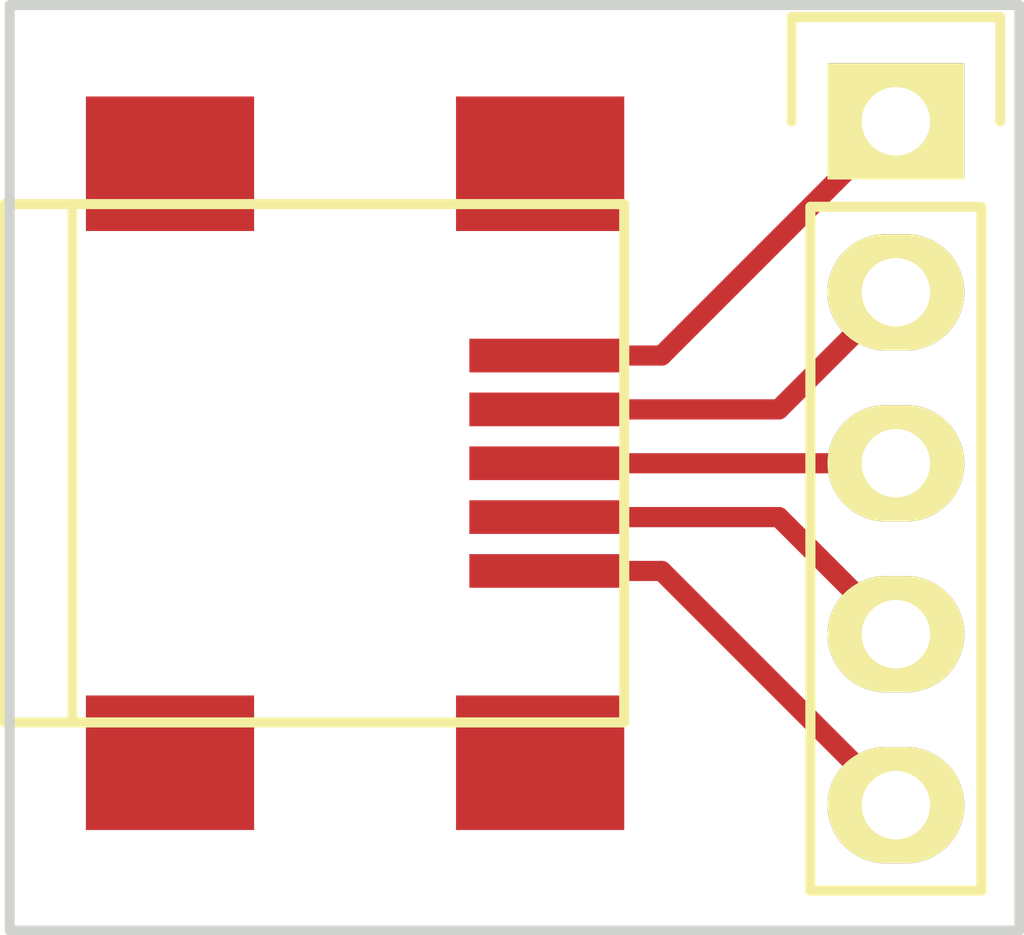
<source format=kicad_pcb>
(kicad_pcb (version 4) (host pcbnew "(2014-jul-16 BZR unknown)-product")

  (general
    (links 0)
    (no_connects 0)
    (area 12.851059 8.199 36.459287 27.48818)
    (thickness 1.6)
    (drawings 4)
    (tracks 9)
    (zones 0)
    (modules 2)
    (nets 1)
  )

  (page A4)
  (layers
    (0 F.Cu signal)
    (31 B.Cu signal)
    (32 B.Adhes user)
    (33 F.Adhes user)
    (34 B.Paste user)
    (35 F.Paste user)
    (36 B.SilkS user)
    (37 F.SilkS user)
    (38 B.Mask user)
    (39 F.Mask user)
    (40 Dwgs.User user)
    (41 Cmts.User user)
    (42 Eco1.User user)
    (43 Eco2.User user)
    (44 Edge.Cuts user)
    (45 Margin user)
    (46 B.CrtYd user)
    (47 F.CrtYd user)
    (48 B.Fab user)
    (49 F.Fab user)
  )

  (setup
    (last_trace_width 0.254)
    (user_trace_width 0.3)
    (trace_clearance 0.254)
    (zone_clearance 0.508)
    (zone_45_only no)
    (trace_min 0.254)
    (segment_width 0.2)
    (edge_width 0.15)
    (via_size 0.889)
    (via_drill 0.635)
    (via_min_size 0.889)
    (via_min_drill 0.508)
    (uvia_size 0.508)
    (uvia_drill 0.127)
    (uvias_allowed no)
    (uvia_min_size 0.508)
    (uvia_min_drill 0.127)
    (pcb_text_width 0.3)
    (pcb_text_size 1.5 1.5)
    (mod_edge_width 0.15)
    (mod_text_size 1.5 1.5)
    (mod_text_width 0.15)
    (pad_size 1.524 1.524)
    (pad_drill 0.762)
    (pad_to_mask_clearance 0.2)
    (aux_axis_origin 0 0)
    (visible_elements FFFFFF7F)
    (pcbplotparams
      (layerselection 0x00030_80000001)
      (usegerberextensions false)
      (excludeedgelayer true)
      (linewidth 0.150000)
      (plotframeref false)
      (viasonmask false)
      (mode 1)
      (useauxorigin false)
      (hpglpennumber 1)
      (hpglpenspeed 20)
      (hpglpendiameter 15)
      (hpglpenoverlay 2)
      (psnegative false)
      (psa4output false)
      (plotreference true)
      (plotvalue true)
      (plotinvisibletext false)
      (padsonsilk false)
      (subtractmaskfromsilk false)
      (outputformat 1)
      (mirror false)
      (drillshape 1)
      (scaleselection 1)
      (outputdirectory ""))
  )

  (net 0 "")

  (net_class Default "This is the default net class."
    (clearance 0.254)
    (trace_width 0.254)
    (via_dia 0.889)
    (via_drill 0.635)
    (uvia_dia 0.508)
    (uvia_drill 0.127)
  )

  (module Connect:USB_Mini-B (layer F.Cu) (tedit 55191C12) (tstamp 55191AC7)
    (at 17.78 19.558)
    (descr "USB Mini-B 5-pin SMD connector")
    (tags "USB, Mini-B, connector")
    (fp_text reference REF** (at 0 6.90118) (layer F.SilkS) hide
      (effects (font (size 1 1) (thickness 0.15)))
    )
    (fp_text value USB (at -1.778 0 90) (layer F.Fab)
      (effects (font (size 1 1) (thickness 0.15)))
    )
    (fp_line (start -3.59918 -3.85064) (end -3.59918 3.85064) (layer F.SilkS) (width 0.15))
    (fp_line (start -4.59994 -3.85064) (end -4.59994 3.85064) (layer F.SilkS) (width 0.15))
    (fp_line (start -4.59994 3.85064) (end 4.59994 3.85064) (layer F.SilkS) (width 0.15))
    (fp_line (start 4.59994 3.85064) (end 4.59994 -3.85064) (layer F.SilkS) (width 0.15))
    (fp_line (start 4.59994 -3.85064) (end -4.59994 -3.85064) (layer F.SilkS) (width 0.15))
    (pad 1 smd rect (at 3.44932 -1.6002) (size 2.30124 0.50038) (layers F.Cu F.Paste F.Mask))
    (pad 2 smd rect (at 3.44932 -0.8001) (size 2.30124 0.50038) (layers F.Cu F.Paste F.Mask))
    (pad 3 smd rect (at 3.44932 0) (size 2.30124 0.50038) (layers F.Cu F.Paste F.Mask))
    (pad 4 smd rect (at 3.44932 0.8001) (size 2.30124 0.50038) (layers F.Cu F.Paste F.Mask))
    (pad 5 smd rect (at 3.44932 1.6002) (size 2.30124 0.50038) (layers F.Cu F.Paste F.Mask))
    (pad 6 smd rect (at 3.35026 -4.45008) (size 2.49936 1.99898) (layers F.Cu F.Paste F.Mask))
    (pad 7 smd rect (at -2.14884 -4.45008) (size 2.49936 1.99898) (layers F.Cu F.Paste F.Mask))
    (pad 8 smd rect (at 3.35026 4.45008) (size 2.49936 1.99898) (layers F.Cu F.Paste F.Mask))
    (pad 9 smd rect (at -2.14884 4.45008) (size 2.49936 1.99898) (layers F.Cu F.Paste F.Mask))
    (pad "" np_thru_hole circle (at 0.8509 -2.19964) (size 0.89916 0.89916) (drill 0.89916) (layers *.Cu *.Mask F.SilkS))
    (pad 2 np_thru_hole circle (at 0.8509 2.19964) (size 0.89916 0.89916) (drill 0.89916) (layers *.Cu *.Mask F.SilkS))
  )

  (module Pin_Headers:Pin_Header_Straight_1x05 (layer F.Cu) (tedit 55191C1B) (tstamp 55191B88)
    (at 26.416 14.478)
    (descr "Through hole pin header")
    (tags "pin header")
    (fp_text reference REF** (at 0 -5.1) (layer F.SilkS) hide
      (effects (font (size 1 1) (thickness 0.15)))
    )
    (fp_text value Pin_Header_Straight_1x05 (at 0 -3.1) (layer F.Fab) hide
      (effects (font (size 1 1) (thickness 0.15)))
    )
    (fp_line (start -1.55 0) (end -1.55 -1.55) (layer F.SilkS) (width 0.15))
    (fp_line (start -1.55 -1.55) (end 1.55 -1.55) (layer F.SilkS) (width 0.15))
    (fp_line (start 1.55 -1.55) (end 1.55 0) (layer F.SilkS) (width 0.15))
    (fp_line (start -1.75 -1.75) (end -1.75 11.95) (layer F.CrtYd) (width 0.05))
    (fp_line (start 1.75 -1.75) (end 1.75 11.95) (layer F.CrtYd) (width 0.05))
    (fp_line (start -1.75 -1.75) (end 1.75 -1.75) (layer F.CrtYd) (width 0.05))
    (fp_line (start -1.75 11.95) (end 1.75 11.95) (layer F.CrtYd) (width 0.05))
    (fp_line (start 1.27 1.27) (end 1.27 11.43) (layer F.SilkS) (width 0.15))
    (fp_line (start 1.27 11.43) (end -1.27 11.43) (layer F.SilkS) (width 0.15))
    (fp_line (start -1.27 11.43) (end -1.27 1.27) (layer F.SilkS) (width 0.15))
    (fp_line (start 1.27 1.27) (end -1.27 1.27) (layer F.SilkS) (width 0.15))
    (pad 1 thru_hole rect (at 0 0) (size 2.032 1.7272) (drill 1.016) (layers *.Cu *.Mask F.SilkS))
    (pad 2 thru_hole oval (at 0 2.54) (size 2.032 1.7272) (drill 1.016) (layers *.Cu *.Mask F.SilkS))
    (pad 3 thru_hole oval (at 0 5.08) (size 2.032 1.7272) (drill 1.016) (layers *.Cu *.Mask F.SilkS))
    (pad 4 thru_hole oval (at 0 7.62) (size 2.032 1.7272) (drill 1.016) (layers *.Cu *.Mask F.SilkS))
    (pad 5 thru_hole oval (at 0 10.16) (size 2.032 1.7272) (drill 1.016) (layers *.Cu *.Mask F.SilkS))
    (model Pin_Headers.3dshapes/Pin_Header_Straight_1x05.wrl
      (at (xyz 0 -0.2 0))
      (scale (xyz 1 1 1))
      (rotate (xyz 0 0 90))
    )
  )

  (gr_line (start 13.25 26.5) (end 28.25 26.5) (angle 90) (layer Edge.Cuts) (width 0.15))
  (gr_line (start 13.25 12.75) (end 13.25 26.5) (angle 90) (layer Edge.Cuts) (width 0.15))
  (gr_line (start 28.25 12.75) (end 28.25 26.5) (angle 90) (layer Edge.Cuts) (width 0.15))
  (gr_line (start 28.25 12.75) (end 13.25 12.75) (angle 90) (layer Edge.Cuts) (width 0.15))

  (segment (start 22.9362 17.9578) (end 26.416 14.478) (width 0.3) (layer F.Cu) (net 0) (tstamp 55191BEB))
  (segment (start 21.22932 17.9578) (end 22.9362 17.9578) (width 0.3) (layer F.Cu) (net 0))
  (segment (start 24.6761 18.7579) (end 26.416 17.018) (width 0.3) (layer F.Cu) (net 0) (tstamp 55191BF5))
  (segment (start 21.22932 18.7579) (end 24.6761 18.7579) (width 0.3) (layer F.Cu) (net 0))
  (segment (start 21.22932 19.558) (end 26.416 19.558) (width 0.3) (layer F.Cu) (net 0))
  (segment (start 24.6761 20.3581) (end 26.416 22.098) (width 0.3) (layer F.Cu) (net 0) (tstamp 55191BFB))
  (segment (start 21.22932 20.3581) (end 24.6761 20.3581) (width 0.3) (layer F.Cu) (net 0))
  (segment (start 22.9362 21.1582) (end 26.416 24.638) (width 0.3) (layer F.Cu) (net 0) (tstamp 55191BFF))
  (segment (start 21.22932 21.1582) (end 22.9362 21.1582) (width 0.3) (layer F.Cu) (net 0))

)

</source>
